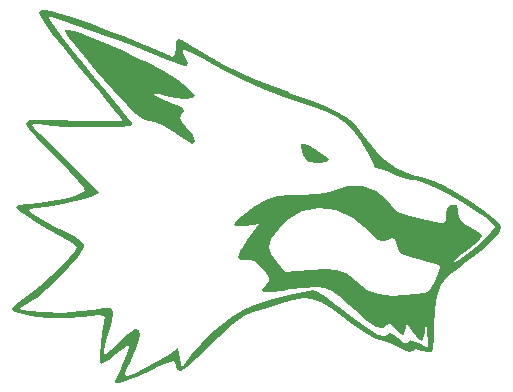
<source format=gbr>
%TF.GenerationSoftware,KiCad,Pcbnew,8.0.7*%
%TF.CreationDate,2025-02-12T01:29:36+05:30*%
%TF.ProjectId,MyNEW_PCB_ART_SJCET,4d794e45-575f-4504-9342-5f4152545f53,rev?*%
%TF.SameCoordinates,Original*%
%TF.FileFunction,Legend,Top*%
%TF.FilePolarity,Positive*%
%FSLAX46Y46*%
G04 Gerber Fmt 4.6, Leading zero omitted, Abs format (unit mm)*
G04 Created by KiCad (PCBNEW 8.0.7) date 2025-02-12 01:29:36*
%MOMM*%
%LPD*%
G01*
G04 APERTURE LIST*
%ADD10C,0.000000*%
G04 APERTURE END LIST*
D10*
%TO.C,*%
G36*
X166957260Y-73701771D02*
G01*
X167845329Y-73964766D01*
X169029500Y-74358561D01*
X170407534Y-74846722D01*
X171877194Y-75392813D01*
X173336240Y-75960402D01*
X174682435Y-76513053D01*
X174966932Y-76634904D01*
X175922851Y-77046443D01*
X176705786Y-77380352D01*
X177165286Y-77572522D01*
X177196187Y-77584836D01*
X177453115Y-77468102D01*
X177533953Y-76877472D01*
X177560714Y-76349504D01*
X177705357Y-76126039D01*
X178064421Y-76205460D01*
X178734449Y-76586149D01*
X179155230Y-76850311D01*
X181595621Y-78265954D01*
X184180377Y-79493034D01*
X187106916Y-80625212D01*
X187126506Y-80632120D01*
X188875958Y-81260180D01*
X190203899Y-81778422D01*
X191203116Y-82243035D01*
X191966395Y-82710214D01*
X192586522Y-83236149D01*
X193156281Y-83877032D01*
X193723741Y-84627471D01*
X194937493Y-86069482D01*
X196175694Y-87046153D01*
X197538659Y-87627222D01*
X198267760Y-87786273D01*
X199110269Y-88031850D01*
X200160530Y-88494902D01*
X201316084Y-89110229D01*
X202474470Y-89812630D01*
X203533229Y-90536904D01*
X204389901Y-91217850D01*
X204942027Y-91790268D01*
X205095655Y-92131243D01*
X204880492Y-92533699D01*
X204275049Y-93179344D01*
X203339397Y-94012629D01*
X202133607Y-94978008D01*
X201508266Y-95448562D01*
X200611041Y-96192488D01*
X200008629Y-96942548D01*
X199646272Y-97831759D01*
X199469210Y-98993140D01*
X199422694Y-100514697D01*
X199400497Y-101482629D01*
X199343536Y-102223303D01*
X199263823Y-102584975D01*
X199258297Y-102591595D01*
X198915467Y-102624886D01*
X198385725Y-102484665D01*
X197787452Y-102351825D01*
X197581721Y-102497812D01*
X197303222Y-102572570D01*
X196687879Y-102352235D01*
X196495250Y-102254773D01*
X195670497Y-101875193D01*
X194907632Y-101612975D01*
X194791568Y-101586116D01*
X194287005Y-101370060D01*
X193478480Y-100897256D01*
X192488261Y-100243197D01*
X191684121Y-99667422D01*
X190635528Y-98902569D01*
X189815643Y-98385757D01*
X189096872Y-98102810D01*
X188351620Y-98039554D01*
X187452290Y-98181813D01*
X186271288Y-98515412D01*
X184995366Y-98924333D01*
X184048597Y-99246831D01*
X183317154Y-99560541D01*
X182675488Y-99951054D01*
X181998050Y-100503958D01*
X181159293Y-101304843D01*
X180432644Y-102034851D01*
X179310767Y-103134456D01*
X178496934Y-103839330D01*
X177954351Y-104170849D01*
X177646222Y-104150390D01*
X177535751Y-103799327D01*
X177533953Y-103718785D01*
X177480775Y-103442870D01*
X177261751Y-103367009D01*
X176787647Y-103509166D01*
X175969231Y-103887304D01*
X175477760Y-104132717D01*
X174429718Y-104622259D01*
X173500139Y-104985987D01*
X172797298Y-105188398D01*
X172429471Y-105193991D01*
X172399911Y-105141921D01*
X172504766Y-104841654D01*
X172776286Y-104205669D01*
X173064318Y-103570297D01*
X173402655Y-102785697D01*
X173599172Y-102220712D01*
X173618647Y-102026163D01*
X173367344Y-102117588D01*
X172848319Y-102472838D01*
X172487354Y-102757855D01*
X171844573Y-103249137D01*
X171357683Y-103552420D01*
X171219000Y-103599626D01*
X171125421Y-103358782D01*
X171108722Y-102739460D01*
X171158279Y-101896478D01*
X171263472Y-100984654D01*
X171413678Y-100158804D01*
X171470461Y-99934579D01*
X171523060Y-99657709D01*
X171419032Y-99510227D01*
X171055895Y-99475967D01*
X170331168Y-99538763D01*
X169552305Y-99632000D01*
X168302701Y-99719020D01*
X166972214Y-99703248D01*
X165699307Y-99598529D01*
X164622440Y-99418705D01*
X163880077Y-99177619D01*
X163684346Y-99045338D01*
X163703216Y-98938565D01*
X164294072Y-98938565D01*
X165138215Y-99107393D01*
X166367882Y-99245703D01*
X167884310Y-99260973D01*
X169449123Y-99157813D01*
X170522847Y-99003273D01*
X171360878Y-98887231D01*
X171976019Y-98880796D01*
X172173179Y-98941405D01*
X172228185Y-99304436D01*
X172125847Y-99982376D01*
X172026601Y-100362758D01*
X171654809Y-101634135D01*
X171451050Y-102433415D01*
X171432486Y-102807439D01*
X171616282Y-102803049D01*
X172019598Y-102467088D01*
X172593800Y-101910796D01*
X173499709Y-101085387D01*
X174102241Y-100689714D01*
X174420164Y-100719601D01*
X174472247Y-101170871D01*
X174415000Y-101505477D01*
X174159405Y-102345617D01*
X173779655Y-103260827D01*
X173717999Y-103386202D01*
X173345092Y-104151548D01*
X173229025Y-104560446D01*
X173426805Y-104640869D01*
X173995441Y-104420788D01*
X174908362Y-103970291D01*
X175828378Y-103481680D01*
X176659148Y-102998800D01*
X177028294Y-102759280D01*
X177738592Y-102258456D01*
X177907546Y-103103226D01*
X178076500Y-103947996D01*
X178860012Y-102866388D01*
X180511017Y-100949459D01*
X182344655Y-99518782D01*
X183367188Y-98963158D01*
X184432986Y-98531415D01*
X185733429Y-98108114D01*
X187083789Y-97743298D01*
X188299340Y-97487010D01*
X189176371Y-97389424D01*
X189576751Y-97548255D01*
X190259719Y-97974270D01*
X191096084Y-98584656D01*
X191334588Y-98772850D01*
X192792527Y-99909198D01*
X193896060Y-100688740D01*
X194678671Y-101130968D01*
X195173845Y-101255374D01*
X195389379Y-101133112D01*
X195632663Y-100974112D01*
X196032444Y-101182594D01*
X196336575Y-101445005D01*
X196890223Y-101855847D01*
X197168166Y-101812695D01*
X197182626Y-101779703D01*
X197388084Y-101603249D01*
X197854861Y-101737965D01*
X198091303Y-101854196D01*
X198880762Y-102262441D01*
X198828697Y-100296459D01*
X198776633Y-98330477D01*
X198680697Y-100019307D01*
X198597372Y-100894327D01*
X198475022Y-101504665D01*
X198353978Y-101708137D01*
X198073319Y-101501472D01*
X197666442Y-100988966D01*
X197560785Y-100829945D01*
X197200894Y-100301223D01*
X197037799Y-100201876D01*
X196994632Y-100495270D01*
X196993825Y-100559733D01*
X196894159Y-101034468D01*
X196734382Y-101167711D01*
X196406154Y-100968836D01*
X196051232Y-100559733D01*
X195709513Y-100166916D01*
X195474796Y-100211186D01*
X195379729Y-100341710D01*
X195051560Y-100564294D01*
X194522598Y-100442816D01*
X193751590Y-99955018D01*
X192697282Y-99078643D01*
X192199528Y-98625915D01*
X191348812Y-97865206D01*
X190731190Y-97412163D01*
X190200974Y-97188988D01*
X189612477Y-97117880D01*
X189369273Y-97114520D01*
X188394761Y-97167373D01*
X187231962Y-97302271D01*
X186609257Y-97403317D01*
X185554858Y-97558254D01*
X184985259Y-97534003D01*
X184872263Y-97321359D01*
X185166295Y-96932330D01*
X185412414Y-96616779D01*
X185388871Y-96291877D01*
X185061497Y-95781569D01*
X184901880Y-95569870D01*
X184354627Y-94967438D01*
X183882878Y-94767383D01*
X183584629Y-94800873D01*
X182997833Y-94829891D01*
X182829349Y-94518667D01*
X183079162Y-93869102D01*
X183211809Y-93668113D01*
X185418106Y-93668113D01*
X185624536Y-94322136D01*
X186095385Y-94962639D01*
X186820646Y-95824563D01*
X188918058Y-95641603D01*
X190232831Y-95570905D01*
X191183537Y-95656137D01*
X191933954Y-95937298D01*
X192647859Y-96454386D01*
X192800975Y-96589910D01*
X193753665Y-97318044D01*
X194715276Y-97711475D01*
X195871667Y-97824279D01*
X196854166Y-97769212D01*
X197809615Y-97671315D01*
X198533292Y-97579939D01*
X198875936Y-97514061D01*
X198880762Y-97511554D01*
X199139381Y-97194449D01*
X199453630Y-96618741D01*
X199733526Y-95981880D01*
X199889084Y-95481317D01*
X199879177Y-95320736D01*
X199547268Y-95169718D01*
X198847480Y-94942155D01*
X198011820Y-94708925D01*
X197080649Y-94442121D01*
X196554840Y-94199980D01*
X196309864Y-93900977D01*
X196229531Y-93542135D01*
X196116768Y-93041816D01*
X195836490Y-92977654D01*
X195502365Y-93110830D01*
X195068420Y-93239972D01*
X194677535Y-93115090D01*
X194166344Y-92664744D01*
X193937879Y-92426673D01*
X192569628Y-91282166D01*
X191113417Y-90607985D01*
X189640953Y-90406764D01*
X188223941Y-90681134D01*
X186934089Y-91433729D01*
X186228105Y-92143581D01*
X185616775Y-92995459D01*
X185418106Y-93668113D01*
X183211809Y-93668113D01*
X183599154Y-93081199D01*
X184568667Y-91760458D01*
X183483225Y-91906046D01*
X182711645Y-91957758D01*
X182444194Y-91820413D01*
X182669968Y-91468651D01*
X183125218Y-91073622D01*
X184241556Y-90235419D01*
X185166947Y-89706816D01*
X186094854Y-89417561D01*
X187218742Y-89297400D01*
X188072251Y-89277208D01*
X189531088Y-89210366D01*
X190588825Y-89042575D01*
X191044592Y-88873030D01*
X192146078Y-88512951D01*
X193347140Y-88543250D01*
X194476546Y-88924004D01*
X195363065Y-89615289D01*
X195589991Y-89932841D01*
X195941477Y-90434198D01*
X196376889Y-90772251D01*
X197049397Y-91031391D01*
X198030627Y-91277536D01*
X199174313Y-91532355D01*
X199888314Y-91655606D01*
X200270127Y-91634623D01*
X200417251Y-91456742D01*
X200427182Y-91109298D01*
X200417803Y-90967454D01*
X200486354Y-90386545D01*
X200861202Y-90154906D01*
X200918899Y-90145362D01*
X201322363Y-90193384D01*
X201456009Y-90590980D01*
X201459324Y-90814104D01*
X201556307Y-91365334D01*
X201956721Y-91771458D01*
X202461081Y-92043641D01*
X203091536Y-92396860D01*
X203446059Y-92699538D01*
X203474379Y-92770536D01*
X203276477Y-93059719D01*
X202768295Y-93538813D01*
X202325975Y-93897342D01*
X201438599Y-94593677D01*
X200970006Y-94997792D01*
X200926534Y-95102863D01*
X201314523Y-94902063D01*
X201490853Y-94796481D01*
X202180480Y-94316138D01*
X202950327Y-93690032D01*
X203680324Y-93028535D01*
X204250400Y-92442019D01*
X204540483Y-92040854D01*
X204555230Y-91979654D01*
X204327572Y-91647416D01*
X203714903Y-91148375D01*
X202822679Y-90542666D01*
X201756356Y-89890425D01*
X200621389Y-89251789D01*
X199523236Y-88686893D01*
X198567352Y-88255874D01*
X197859193Y-88018867D01*
X197574418Y-87998870D01*
X197056816Y-87950635D01*
X196327712Y-87703745D01*
X196121846Y-87608967D01*
X195386063Y-87294918D01*
X194802786Y-87125974D01*
X194703229Y-87116647D01*
X194337205Y-86948924D01*
X194287145Y-86797720D01*
X194147763Y-86429787D01*
X193779684Y-85751668D01*
X193258006Y-84900130D01*
X193173278Y-84769164D01*
X192718865Y-84096156D01*
X192288649Y-83560659D01*
X191801841Y-83115878D01*
X191177650Y-82715014D01*
X190335288Y-82311271D01*
X189193964Y-81857852D01*
X187672888Y-81307960D01*
X186469875Y-80886258D01*
X184909250Y-80289727D01*
X183229803Y-79563382D01*
X181665978Y-78812430D01*
X180749741Y-78319321D01*
X179717413Y-77738761D01*
X178870461Y-77288610D01*
X178308775Y-77020302D01*
X178131771Y-76971312D01*
X178165496Y-77255048D01*
X178344592Y-77659201D01*
X178534449Y-78155407D01*
X178519232Y-78385270D01*
X178228559Y-78345388D01*
X177547888Y-78130254D01*
X176584380Y-77776495D01*
X175640372Y-77401268D01*
X174160234Y-76807338D01*
X172618514Y-76211181D01*
X171099832Y-75642990D01*
X169688810Y-75132959D01*
X168470067Y-74711280D01*
X167528225Y-74408147D01*
X166947902Y-74253753D01*
X166803725Y-74248294D01*
X166906987Y-74503844D01*
X167302370Y-75096546D01*
X167931855Y-75951894D01*
X168737425Y-76995385D01*
X169661060Y-78152512D01*
X170644742Y-79348770D01*
X171630453Y-80509654D01*
X172082117Y-81026594D01*
X172848380Y-81926094D01*
X173440846Y-82683218D01*
X173790566Y-83205789D01*
X173850676Y-83390955D01*
X173535068Y-83483038D01*
X172801431Y-83545846D01*
X171771336Y-83579923D01*
X170566355Y-83585814D01*
X169308061Y-83564061D01*
X168118027Y-83515209D01*
X167117824Y-83439801D01*
X166522783Y-83358183D01*
X165828747Y-83266755D01*
X165420254Y-83295748D01*
X165374379Y-83345342D01*
X165560541Y-83595612D01*
X166072785Y-84143464D01*
X166841752Y-84918128D01*
X167798082Y-85848834D01*
X168254269Y-86283780D01*
X169259228Y-87249427D01*
X170096210Y-88079207D01*
X170699364Y-88705781D01*
X171002840Y-89061814D01*
X171023950Y-89115958D01*
X170562319Y-89355805D01*
X169726574Y-89634086D01*
X168677072Y-89909258D01*
X167574173Y-90139773D01*
X166578235Y-90284085D01*
X166480659Y-90293035D01*
X165679679Y-90375827D01*
X165217698Y-90486809D01*
X165121988Y-90664685D01*
X165419820Y-90948160D01*
X166138467Y-91375941D01*
X167305203Y-91986733D01*
X167880066Y-92279100D01*
X168890580Y-92807570D01*
X169489240Y-93178285D01*
X169755201Y-93459254D01*
X169767619Y-93718486D01*
X169709183Y-93850665D01*
X169235985Y-94531277D01*
X168473806Y-95418608D01*
X167553467Y-96379048D01*
X166605790Y-97278983D01*
X165761594Y-97984803D01*
X165442204Y-98208670D01*
X164294072Y-98938565D01*
X163703216Y-98938565D01*
X163734560Y-98761211D01*
X164244954Y-98327978D01*
X164630388Y-98086098D01*
X165261469Y-97642238D01*
X166061236Y-96976816D01*
X166931588Y-96185340D01*
X167774421Y-95363313D01*
X168491633Y-94606243D01*
X168985121Y-94009633D01*
X169157358Y-93678986D01*
X168934191Y-93437024D01*
X168361638Y-93074817D01*
X167873847Y-92822247D01*
X166817253Y-92277291D01*
X165794821Y-91686772D01*
X164915862Y-91121411D01*
X164289685Y-90651928D01*
X164025601Y-90349047D01*
X164023315Y-90331032D01*
X164263507Y-90181061D01*
X164865265Y-90096145D01*
X165132716Y-90088988D01*
X165967185Y-90023286D01*
X167002940Y-89852049D01*
X168074537Y-89614077D01*
X169016532Y-89348171D01*
X169663478Y-89093134D01*
X169815928Y-88990649D01*
X169735646Y-88706496D01*
X169285267Y-88110345D01*
X168501597Y-87245854D01*
X167451566Y-86186103D01*
X166488945Y-85217918D01*
X165685659Y-84358130D01*
X165113747Y-83687790D01*
X164845244Y-83287947D01*
X164833953Y-83241007D01*
X164910314Y-83092340D01*
X165189019Y-82995178D01*
X165744506Y-82945065D01*
X166651210Y-82937544D01*
X167983569Y-82968157D01*
X168887145Y-82998297D01*
X170297043Y-83037746D01*
X171493700Y-83051163D01*
X172383845Y-83039098D01*
X172874214Y-83002104D01*
X172940336Y-82974294D01*
X172776251Y-82716468D01*
X172326785Y-82127832D01*
X171656120Y-81289721D01*
X170828441Y-80283469D01*
X170617137Y-80030255D01*
X169231137Y-78353313D01*
X168041801Y-76872951D01*
X167083247Y-75634011D01*
X166389592Y-74681338D01*
X165994953Y-74059774D01*
X165914804Y-73849448D01*
X166141875Y-73653064D01*
X166467531Y-73606009D01*
X166957260Y-73701771D01*
G37*
G36*
X188745209Y-85093234D02*
G01*
X189340564Y-85427988D01*
X189949808Y-85839037D01*
X190390431Y-86206214D01*
X190500821Y-86373562D01*
X190265349Y-86507142D01*
X189681522Y-86574333D01*
X189551733Y-86576222D01*
X188850191Y-86494076D01*
X188469109Y-86169644D01*
X188335776Y-85883099D01*
X188120900Y-85271815D01*
X188113411Y-85011945D01*
X188314985Y-84955164D01*
X188346253Y-84954945D01*
X188745209Y-85093234D01*
G37*
G36*
X168509466Y-75316207D02*
G01*
X169239334Y-75531798D01*
X170283368Y-75917310D01*
X171556127Y-76438548D01*
X172972172Y-77061316D01*
X174446065Y-77751417D01*
X175126158Y-78085150D01*
X176540938Y-78839242D01*
X177719399Y-79562972D01*
X178588744Y-80205016D01*
X179076179Y-80714052D01*
X179155230Y-80925774D01*
X178918733Y-81112479D01*
X178307669Y-81161232D01*
X177469679Y-81073220D01*
X176739428Y-80906375D01*
X176106827Y-80752350D01*
X175747976Y-80716842D01*
X175728321Y-80725826D01*
X175871028Y-80896296D01*
X176385930Y-81184712D01*
X177138429Y-81521355D01*
X177630876Y-81711294D01*
X178138982Y-81950055D01*
X178199526Y-82201496D01*
X178062554Y-82402172D01*
X177900408Y-82744644D01*
X178067428Y-83137153D01*
X178438504Y-83560884D01*
X178948573Y-84201363D01*
X179154740Y-84697128D01*
X179020155Y-84944204D01*
X178932581Y-84954945D01*
X178609179Y-84809186D01*
X177996402Y-84430929D01*
X177379721Y-84009201D01*
X176533234Y-83492329D01*
X175741670Y-83149059D01*
X175317166Y-83063456D01*
X174930642Y-82983119D01*
X174466700Y-82702482D01*
X173855892Y-82162102D01*
X173028774Y-81302540D01*
X172239158Y-80428881D01*
X170817681Y-78821618D01*
X169734314Y-77569819D01*
X168957989Y-76634274D01*
X168457639Y-75975771D01*
X168202196Y-75555100D01*
X168160594Y-75333052D01*
X168179202Y-75304732D01*
X168509466Y-75316207D01*
G37*
%TD*%
M02*

</source>
